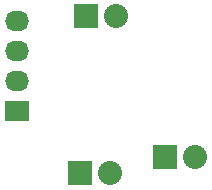
<source format=gbs>
G04 #@! TF.FileFunction,Soldermask,Bot*
%FSLAX46Y46*%
G04 Gerber Fmt 4.6, Leading zero omitted, Abs format (unit mm)*
G04 Created by KiCad (PCBNEW (2015-01-29 BZR 5396)-product) date 7/20/2015 11:15:25 PM*
%MOMM*%
G01*
G04 APERTURE LIST*
%ADD10C,0.100000*%
%ADD11R,2.032000X2.032000*%
%ADD12O,2.032000X2.032000*%
%ADD13R,2.032000X1.727200*%
%ADD14O,2.032000X1.727200*%
G04 APERTURE END LIST*
D10*
D11*
X137240000Y-99520000D03*
D12*
X139780000Y-99520000D03*
D13*
X131410000Y-107520000D03*
D14*
X131410000Y-104980000D03*
X131410000Y-102440000D03*
X131410000Y-99900000D03*
D11*
X136700000Y-112810000D03*
D12*
X139240000Y-112810000D03*
D11*
X143950000Y-111450000D03*
D12*
X146490000Y-111450000D03*
M02*

</source>
